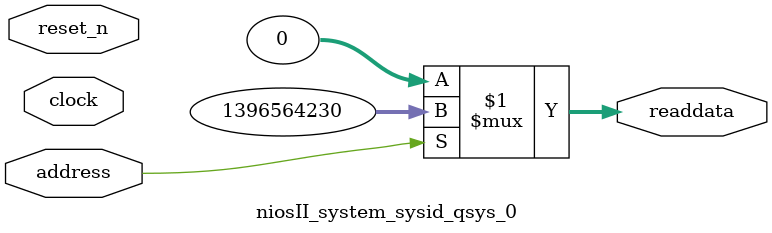
<source format=v>

`timescale 1ns / 1ps
// synthesis translate_on

// turn off superfluous verilog processor warnings 
// altera message_level Level1 
// altera message_off 10034 10035 10036 10037 10230 10240 10030 

module niosII_system_sysid_qsys_0 (
               // inputs:
                address,
                clock,
                reset_n,

               // outputs:
                readdata
             )
;

  output  [ 31: 0] readdata;
  input            address;
  input            clock;
  input            reset_n;

  wire    [ 31: 0] readdata;
  //control_slave, which is an e_avalon_slave
  assign readdata = address ? 1396564230 : 0;

endmodule




</source>
